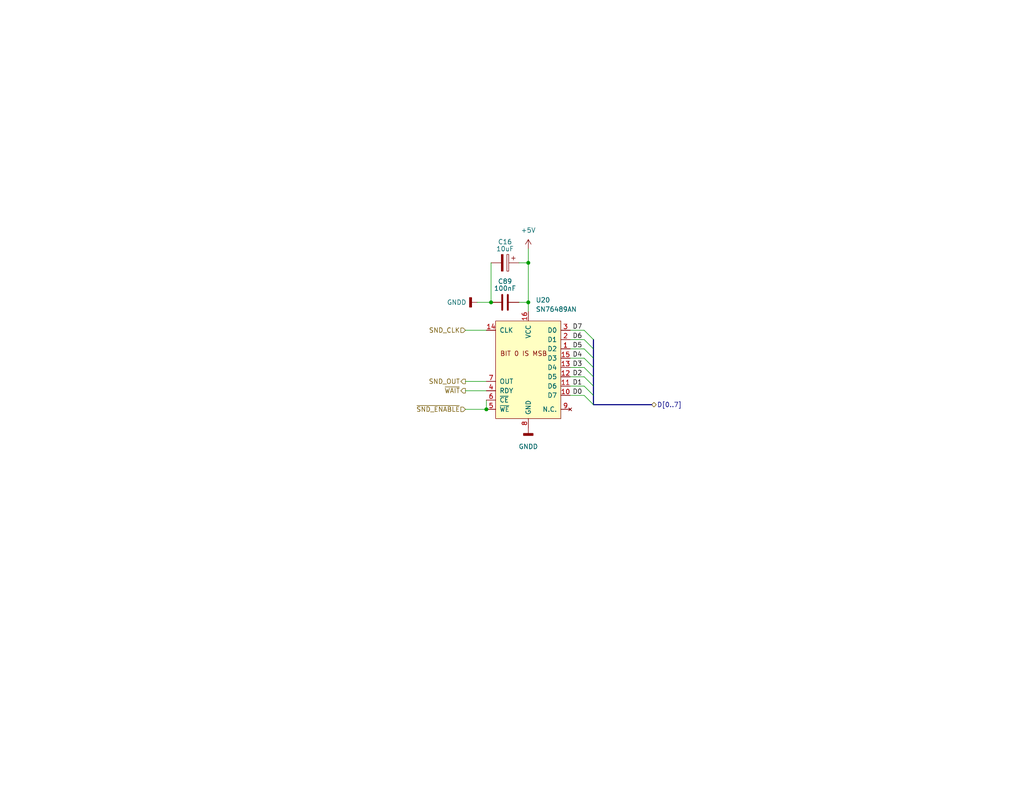
<source format=kicad_sch>
(kicad_sch (version 20211123) (generator eeschema)
  (paper "USLetter")
  (title_block (title "Reverse Engineer Colecovision") (date "2023-03-14") (rev "DEV") (company "sparkletron") (comment 1 "Jay Convertino") (comment 2 "MIT LICENSE") (comment 3 "PCB: 75743 REV F"))
  (lib_symbols
    (symbol "Device:C" (pin_numbers hide) (pin_names (offset 0.254))
      (property "Reference" "C" (at 0.635 2.54 0))
      (property "Value" "C" (at 0.635 -2.54 0))
      (symbol "C_0_1"
        (polyline (pts (xy -2.032 -0.762) (xy 2.032 -0.762)) (stroke (width 0.508)))
        (polyline (pts (xy -2.032 0.762) (xy 2.032 0.762)) (stroke (width 0.508)))
      )
      (symbol "C_1_1"
        (pin passive line (at 0 3.81 270) (length 2.794) (name "~") (number "1"))
        (pin passive line (at 0 -3.81 90) (length 2.794) (name "~") (number "2"))
      )
    )
    (symbol "Device:C_Polarized" (pin_numbers hide) (pin_names (offset 0.254))
      (property "Reference" "C" (at 0.635 2.54 0))
      (property "Value" "C_Polarized" (at 0.635 -2.54 0))
      (symbol "C_Polarized_0_1"
        (rectangle (start -2.286 0.508) (end 2.286 1.016))
        (polyline (pts (xy -1.778 2.286) (xy -0.762 2.286)))
        (polyline (pts (xy -1.27 2.794) (xy -1.27 1.778)))
        (rectangle (start 2.286 -0.508) (end -2.286 -1.016) (fill (type outline)))
      )
      (symbol "C_Polarized_1_1"
        (pin passive line (at 0 3.81 270) (length 2.794) (name "~") (number "1"))
        (pin passive line (at 0 -3.81 90) (length 2.794) (name "~") (number "2"))
      )
    )
    (symbol "Vintage_Audio_Synth:SN76489AN" (pin_names (offset 1.016))
      (property "Reference" "U" (at 2.54 7.62 0))
      (property "Value" "SN76489AN" (at 7.62 5.08 0))
      (symbol "SN76489AN_0_0"
        (text "BIT 0 IS MSB" (at -1.27 -5.08 0) (effects (font (size 1.27 1.27))))
      )
      (symbol "SN76489AN_0_1"
        (rectangle (start -8.89 3.81) (end 8.89 -22.86) (fill (type background)))
      )
      (symbol "SN76489AN_1_1"
        (pin input line (at 11.43 -3.81 180) (length 2.54) (name "D2") (number "1"))
        (pin input line (at 11.43 -16.51 180) (length 2.54) (name "D7") (number "10"))
        (pin input line (at 11.43 -13.97 180) (length 2.54) (name "D6") (number "11"))
        (pin input line (at 11.43 -11.43 180) (length 2.54) (name "D5") (number "12"))
        (pin input line (at 11.43 -8.89 180) (length 2.54) (name "D4") (number "13"))
        (pin input line (at -11.43 1.27 0) (length 2.54) (name "CLK") (number "14"))
        (pin input line (at 11.43 -6.35 180) (length 2.54) (name "D3") (number "15"))
        (pin input line (at 0 6.35 270) (length 2.54) (name "VCC") (number "16"))
        (pin input line (at 11.43 -1.27 180) (length 2.54) (name "D1") (number "2"))
        (pin input line (at 11.43 1.27 180) (length 2.54) (name "D0") (number "3"))
        (pin output line (at -11.43 -15.24 0) (length 2.54) (name "RDY") (number "4"))
        (pin input line (at -11.43 -20.32 0) (length 2.54) (name "~{WE}") (number "5"))
        (pin input line (at -11.43 -17.78 0) (length 2.54) (name "~{CE}") (number "6"))
        (pin output line (at -11.43 -12.7 0) (length 2.54) (name "OUT") (number "7"))
        (pin input line (at 0 -25.4 90) (length 2.54) (name "GND") (number "8"))
        (pin no_connect line (at 11.43 -20.32 180) (length 2.54) (name "N.C.") (number "9"))
      )
    )
    (symbol "power:+5V" (power) (pin_names (offset 0))
      (property "Value" "+5V" (at 0 3.556 0))
      (symbol "+5V_0_1"
        (polyline (pts (xy -0.762 1.27) (xy 0 2.54)))
        (polyline (pts (xy 0 0) (xy 0 2.54)))
        (polyline (pts (xy 0 2.54) (xy 0.762 1.27)))
      )
      (symbol "+5V_1_1"
        (pin power_in line (at 0 0 90) (length 0) hide (name "+5V") (number "1"))
      )
    )
    (symbol "power:GNDD" (power) (pin_names (offset 0))
      (property "Value" "GNDD" (at 0 -3.175 0))
      (symbol "GNDD_0_1"
        (rectangle (start -1.27 -1.524) (end 1.27 -2.032) (stroke (width 0.254)) (fill (type outline)))
        (polyline (pts (xy 0 0) (xy 0 -1.524)))
      )
      (symbol "GNDD_1_1"
        (pin power_in line (at 0 0 270) (length 0) hide (name "GNDD") (number "1"))
      )
    )
  )
  (junction (at 133.985 82.55))
  (junction (at 144.145 71.755))
  (junction (at 132.715 111.76))
  (junction (at 144.145 82.55))
  (bus_entry (at 159.385 100.33) (size 2.54 2.54))
  (bus_entry (at 159.385 105.41) (size 2.54 2.54))
  (bus_entry (at 159.385 102.87) (size 2.54 2.54))
  (bus_entry (at 159.385 92.71) (size 2.54 2.54))
  (bus_entry (at 159.385 90.17) (size 2.54 2.54))
  (bus_entry (at 159.385 95.25) (size 2.54 2.54))
  (bus_entry (at 159.385 97.79) (size 2.54 2.54))
  (bus_entry (at 159.385 107.95) (size 2.54 2.54))
  (wire (pts (xy 155.575 107.95) (xy 159.385 107.95)))
  (wire (pts (xy 127 90.17) (xy 132.715 90.17)))
  (bus (pts (xy 161.925 102.87) (xy 161.925 105.41)))
  (wire (pts (xy 141.605 82.55) (xy 144.145 82.55)))
  (bus (pts (xy 161.925 105.41) (xy 161.925 107.95)))
  (wire (pts (xy 155.575 100.33) (xy 159.385 100.33)))
  (wire (pts (xy 132.715 109.22) (xy 132.715 111.76)))
  (bus (pts (xy 161.925 110.49) (xy 177.8 110.49)))
  (bus (pts (xy 161.925 97.79) (xy 161.925 100.33)))
  (wire (pts (xy 155.575 95.25) (xy 159.385 95.25)))
  (bus (pts (xy 161.925 95.25) (xy 161.925 97.79)))
  (wire (pts (xy 127 106.68) (xy 132.715 106.68)))
  (wire (pts (xy 141.605 71.755) (xy 144.145 71.755)))
  (bus (pts (xy 161.925 100.33) (xy 161.925 102.87)))
  (wire (pts (xy 155.575 92.71) (xy 159.385 92.71)))
  (wire (pts (xy 127 111.76) (xy 132.715 111.76)))
  (bus (pts (xy 161.925 107.95) (xy 161.925 110.49)))
  (bus (pts (xy 161.925 92.71) (xy 161.925 95.25)))
  (wire (pts (xy 144.145 71.755) (xy 144.145 82.55)))
  (wire (pts (xy 133.985 71.755) (xy 133.985 82.55)))
  (wire (pts (xy 144.145 82.55) (xy 144.145 85.09)))
  (wire (pts (xy 130.175 82.55) (xy 133.985 82.55)))
  (wire (pts (xy 155.575 97.79) (xy 159.385 97.79)))
  (wire (pts (xy 155.575 102.87) (xy 159.385 102.87)))
  (wire (pts (xy 144.145 67.945) (xy 144.145 71.755)))
  (wire (pts (xy 155.575 90.17) (xy 159.385 90.17)))
  (wire (pts (xy 127 104.14) (xy 132.715 104.14)))
  (wire (pts (xy 155.575 105.41) (xy 159.385 105.41)))
  (label "D3" (at 156.21 100.33 0))
  (label "D0" (at 156.21 107.95 0))
  (label "D5" (at 156.21 95.25 0))
  (label "D1" (at 156.21 105.41 0))
  (label "D6" (at 156.21 92.71 0))
  (label "D4" (at 156.21 97.79 0))
  (label "D7" (at 156.21 90.17 0))
  (label "D2" (at 156.21 102.87 0))
  (hierarchical_label "D[0..7]" (shape bidirectional) (at 177.8 110.49 0))
  (hierarchical_label "~{SND_ENABLE}" (shape input) (at 127 111.76 180))
  (hierarchical_label "SND_OUT" (shape output) (at 127 104.14 180))
  (hierarchical_label "SND_CLK" (shape input) (at 127 90.17 180))
  (hierarchical_label "~{WAIT}" (shape output) (at 127 106.68 180))
  (symbol (lib_id "Device:C") (at 137.795 82.55 270) (unit 1)
    (property "Reference" "C89" (at 137.795 76.835 90))
    (property "Value" "100nF" (at 137.795 78.74 90))
    (property "Footprint" "Capacitor_THT:C_Disc_D7.0mm_W2.5mm_P5.00mm" (effects hide))
  )
  (symbol (lib_id "power:GNDD") (at 144.145 116.84 0) (unit 1)
    (property "Reference" "#PWR0124" (effects hide))
    (property "Value" "GNDD" (at 144.145 121.92 0))
  )
  (symbol (lib_id "Device:C_Polarized") (at 137.795 71.755 270) (unit 1)
    (property "Reference" "C16" (at 137.795 66.04 90))
    (property "Value" "10uF" (at 137.795 67.945 90))
    (property "Footprint" "Capacitor_THT:CP_Radial_D8.0mm_P5.00mm" (effects hide))
  )
  (symbol (lib_id "power:+5V") (at 144.145 67.945 0) (unit 1)
    (property "Reference" "#PWR0125" (effects hide))
    (property "Value" "+5V" (at 144.145 62.865 0))
  )
  (symbol (lib_id "Vintage_Audio_Synth:SN76489AN") (at 144.145 91.44 0) (unit 1)
    (property "Reference" "U20" (at 146.1644 81.915 0) (effects (justify left)))
    (property "Value" "SN76489AN" (at 146.1644 84.455 0) (effects (justify left)))
    (property "Footprint" "Package_DIP:DIP-16_W7.62mm_LongPads" (effects hide))
  )
  (symbol (lib_id "power:GNDD") (at 130.175 82.55 270) (unit 1)
    (property "Reference" "#PWR0265" (effects hide))
    (property "Value" "GNDD" (at 121.92 82.55 90) (effects (justify left)))
  )
)
</source>
